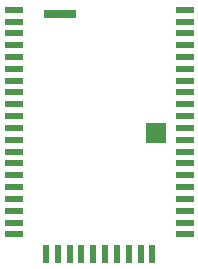
<source format=gbr>
%TF.GenerationSoftware,KiCad,Pcbnew,8.0.3*%
%TF.CreationDate,2024-07-23T20:10:18-07:00*%
%TF.ProjectId,BM-83 Carrier PCB,424d2d38-3320-4436-9172-726965722050,rev?*%
%TF.SameCoordinates,Original*%
%TF.FileFunction,Paste,Top*%
%TF.FilePolarity,Positive*%
%FSLAX46Y46*%
G04 Gerber Fmt 4.6, Leading zero omitted, Abs format (unit mm)*
G04 Created by KiCad (PCBNEW 8.0.3) date 2024-07-23 20:10:18*
%MOMM*%
%LPD*%
G01*
G04 APERTURE LIST*
%ADD10R,1.498600X0.609600*%
%ADD11R,0.609600X1.498600*%
%ADD12R,1.778000X1.778000*%
%ADD13R,2.794000X0.762000*%
G04 APERTURE END LIST*
D10*
%TO.C,U1*%
X138799570Y-67736720D03*
X138799570Y-68737480D03*
X138799570Y-69738240D03*
X138799570Y-70739000D03*
X138799570Y-71739760D03*
X138799570Y-72740520D03*
X138799570Y-73741280D03*
X138799570Y-74742040D03*
X138799570Y-75742800D03*
X138799570Y-76743560D03*
X138799570Y-77744320D03*
X138799570Y-78745080D03*
X138799570Y-79745840D03*
X138799570Y-80746600D03*
X138799570Y-81747360D03*
X138799570Y-82748120D03*
X138799570Y-83748880D03*
X138799570Y-84749640D03*
X138799570Y-85750400D03*
X138799570Y-86751160D03*
D11*
X141546580Y-88394540D03*
X142547340Y-88394540D03*
X143548100Y-88394540D03*
X144548860Y-88394540D03*
X145549620Y-88394540D03*
X146550380Y-88394540D03*
X147551140Y-88394540D03*
X148551900Y-88394540D03*
X149552660Y-88394540D03*
X150553420Y-88394540D03*
D10*
X153300430Y-86751160D03*
X153300430Y-85750400D03*
X153300430Y-84749640D03*
X153300430Y-83748880D03*
X153300430Y-82748120D03*
X153300430Y-81747360D03*
X153300430Y-80746600D03*
X153300430Y-79745840D03*
X153300430Y-78745080D03*
X153300430Y-77744320D03*
X153300430Y-76743560D03*
X153300430Y-75742800D03*
X153300430Y-74742040D03*
X153300430Y-73741280D03*
X153300430Y-72740520D03*
X153300430Y-71739760D03*
X153300430Y-70739000D03*
X153300430Y-69738240D03*
X153300430Y-68737480D03*
X153300430Y-67736720D03*
D12*
X150820001Y-78173580D03*
D13*
X142760700Y-68064380D03*
%TD*%
M02*

</source>
